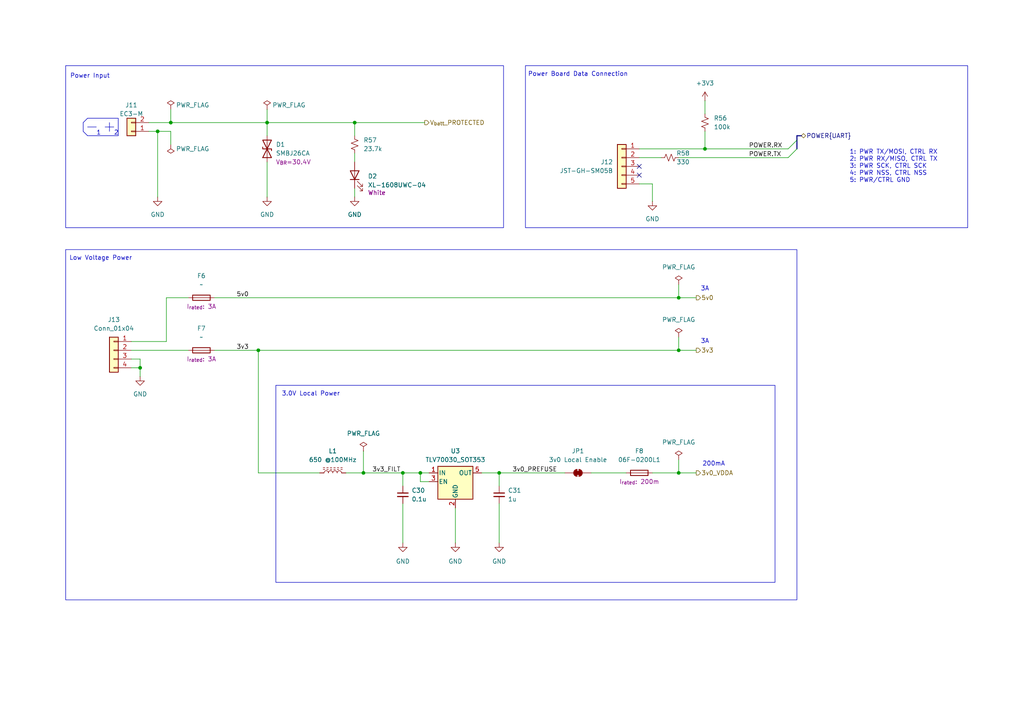
<source format=kicad_sch>
(kicad_sch (version 20231120) (generator "eeschema") (generator_version "8.0")
  (paper "A4")
  (title_block (title "Control") (date "2024-12-21") (rev "v3.0") (company "SSL A-Team") (comment 1 "Author: Will Stuckey"))
  (lib_symbols
    (symbol "Connector_Generic:Conn_01x02" (pin_names (offset 1.016) hide)
      (property "Reference" "J" (at 0 2.54 0))
      (property "Value" "Conn_01x02" (at 0 -5.08 0))
      (symbol "Conn_01x02_1_1"
        (rectangle (start -1.27 -2.413) (end 0 -2.667) (stroke (width 0.1524)))
        (rectangle (start -1.27 0.127) (end 0 -0.127) (stroke (width 0.1524)))
        (rectangle (start -1.27 1.27) (end 1.27 -3.81) (stroke (width 0.254)) (fill (type background)))
        (pin passive line (at -5.08 0 0) (length 3.81) (name "Pin_1") (number "1"))
        (pin passive line (at -5.08 -2.54 0) (length 3.81) (name "Pin_2") (number "2"))
      )
    )
    (symbol "Connector_Generic:Conn_01x04" (pin_names (offset 1.016) hide)
      (property "Reference" "J" (at 0 5.08 0))
      (property "Value" "Conn_01x04" (at 0 -7.62 0))
      (symbol "Conn_01x04_1_1"
        (rectangle (start -1.27 -4.953) (end 0 -5.207) (stroke (width 0.1524)))
        (rectangle (start -1.27 -2.413) (end 0 -2.667) (stroke (width 0.1524)))
        (rectangle (start -1.27 0.127) (end 0 -0.127) (stroke (width 0.1524)))
        (rectangle (start -1.27 2.667) (end 0 2.413) (stroke (width 0.1524)))
        (rectangle (start -1.27 3.81) (end 1.27 -6.35) (stroke (width 0.254)) (fill (type background)))
        (pin passive line (at -5.08 2.54 0) (length 3.81) (name "Pin_1") (number "1"))
        (pin passive line (at -5.08 0 0) (length 3.81) (name "Pin_2") (number "2"))
        (pin passive line (at -5.08 -2.54 0) (length 3.81) (name "Pin_3") (number "3"))
        (pin passive line (at -5.08 -5.08 0) (length 3.81) (name "Pin_4") (number "4"))
      )
    )
    (symbol "Connector_Generic:Conn_01x05" (pin_names (offset 1.016) hide)
      (property "Reference" "J" (at 0 7.62 0))
      (property "Value" "Conn_01x05" (at 0 -7.62 0))
      (symbol "Conn_01x05_1_1"
        (rectangle (start -1.27 -4.953) (end 0 -5.207) (stroke (width 0.1524)))
        (rectangle (start -1.27 -2.413) (end 0 -2.667) (stroke (width 0.1524)))
        (rectangle (start -1.27 0.127) (end 0 -0.127) (stroke (width 0.1524)))
        (rectangle (start -1.27 2.667) (end 0 2.413) (stroke (width 0.1524)))
        (rectangle (start -1.27 5.207) (end 0 4.953) (stroke (width 0.1524)))
        (rectangle (start -1.27 6.35) (end 1.27 -6.35) (stroke (width 0.254)) (fill (type background)))
        (pin passive line (at -5.08 5.08 0) (length 3.81) (name "Pin_1") (number "1"))
        (pin passive line (at -5.08 2.54 0) (length 3.81) (name "Pin_2") (number "2"))
        (pin passive line (at -5.08 0 0) (length 3.81) (name "Pin_3") (number "3"))
        (pin passive line (at -5.08 -2.54 0) (length 3.81) (name "Pin_4") (number "4"))
        (pin passive line (at -5.08 -5.08 0) (length 3.81) (name "Pin_5") (number "5"))
      )
    )
    (symbol "Device:C_Small" (pin_numbers hide) (pin_names (offset 0.254) hide)
      (property "Reference" "C" (at 0.254 1.778 0))
      (property "Value" "C_Small" (at 0.254 -2.032 0))
      (symbol "C_Small_0_1"
        (polyline (pts (xy -1.524 -0.508) (xy 1.524 -0.508)) (stroke (width 0.3302)))
        (polyline (pts (xy -1.524 0.508) (xy 1.524 0.508)) (stroke (width 0.3048)))
      )
      (symbol "C_Small_1_1"
        (pin passive line (at 0 2.54 270) (length 2.032) (name "~") (number "1"))
        (pin passive line (at 0 -2.54 90) (length 2.032) (name "~") (number "2"))
      )
    )
    (symbol "Device:D_TVS" (pin_numbers hide) (pin_names (offset 1.016) hide)
      (property "Reference" "D" (at 0 2.54 0))
      (property "Value" "D_TVS" (at 0 -2.54 0))
      (symbol "D_TVS_0_1"
        (polyline (pts (xy 1.27 0) (xy -1.27 0)))
        (polyline (pts (xy 0.508 1.27) (xy 0 1.27) (xy 0 -1.27) (xy -0.508 -1.27)) (stroke (width 0.254)))
        (polyline (pts (xy -2.54 1.27) (xy -2.54 -1.27) (xy 2.54 1.27) (xy 2.54 -1.27) (xy -2.54 1.27)) (stroke (width 0.254)))
      )
      (symbol "D_TVS_1_1"
        (pin passive line (at -3.81 0 0) (length 2.54) (name "A1") (number "1"))
        (pin passive line (at 3.81 0 180) (length 2.54) (name "A2") (number "2"))
      )
    )
    (symbol "Device:Fuse" (pin_numbers hide) (pin_names (offset 0))
      (property "Reference" "F" (at 2.032 0 90))
      (property "Value" "Fuse" (at -1.905 0 90))
      (symbol "Fuse_0_1"
        (rectangle (start -0.762 -2.54) (end 0.762 2.54) (stroke (width 0.254)))
        (polyline (pts (xy 0 2.54) (xy 0 -2.54)))
      )
      (symbol "Fuse_1_1"
        (pin passive line (at 0 3.81 270) (length 1.27) (name "~") (number "1"))
        (pin passive line (at 0 -3.81 90) (length 1.27) (name "~") (number "2"))
      )
    )
    (symbol "Device:LED" (pin_numbers hide) (pin_names (offset 1.016) hide)
      (property "Reference" "D" (at 0 2.54 0))
      (property "Value" "LED" (at 0 -2.54 0))
      (symbol "LED_0_1"
        (polyline (pts (xy -1.27 -1.27) (xy -1.27 1.27)) (stroke (width 0.254)))
        (polyline (pts (xy -1.27 0) (xy 1.27 0)))
        (polyline (pts (xy 1.27 -1.27) (xy 1.27 1.27) (xy -1.27 0) (xy 1.27 -1.27)) (stroke (width 0.254)))
        (polyline (pts (xy -3.048 -0.762) (xy -4.572 -2.286) (xy -3.81 -2.286) (xy -4.572 -2.286) (xy -4.572 -1.524)))
        (polyline (pts (xy -1.778 -0.762) (xy -3.302 -2.286) (xy -2.54 -2.286) (xy -3.302 -2.286) (xy -3.302 -1.524)))
      )
      (symbol "LED_1_1"
        (pin passive line (at -3.81 0 0) (length 2.54) (name "K") (number "1"))
        (pin passive line (at 3.81 0 180) (length 2.54) (name "A") (number "2"))
      )
    )
    (symbol "Device:L_Ferrite" (pin_numbers hide) (pin_names (offset 1.016) hide)
      (property "Reference" "L" (at -1.27 0 90))
      (property "Value" "L_Ferrite" (at 2.794 0 90))
      (symbol "L_Ferrite_0_1"
        (arc (start 0 -2.54) (mid 0.6323 -1.905) (end 0 -1.27))
        (arc (start 0 -1.27) (mid 0.6323 -0.635) (end 0 0))
        (polyline (pts (xy 1.016 -2.794) (xy 1.016 -2.286)))
        (polyline (pts (xy 1.016 -1.778) (xy 1.016 -1.27)))
        (polyline (pts (xy 1.016 -0.762) (xy 1.016 -0.254)))
        (polyline (pts (xy 1.016 0.254) (xy 1.016 0.762)))
        (polyline (pts (xy 1.016 1.27) (xy 1.016 1.778)))
        (polyline (pts (xy 1.016 2.286) (xy 1.016 2.794)))
        (polyline (pts (xy 1.524 -2.286) (xy 1.524 -2.794)))
        (polyline (pts (xy 1.524 -1.27) (xy 1.524 -1.778)))
        (polyline (pts (xy 1.524 -0.254) (xy 1.524 -0.762)))
        (polyline (pts (xy 1.524 0.762) (xy 1.524 0.254)))
        (polyline (pts (xy 1.524 1.778) (xy 1.524 1.27)))
        (polyline (pts (xy 1.524 2.794) (xy 1.524 2.286)))
        (arc (start 0 0) (mid 0.6323 0.635) (end 0 1.27))
        (arc (start 0 1.27) (mid 0.6323 1.905) (end 0 2.54))
      )
      (symbol "L_Ferrite_1_1"
        (pin passive line (at 0 3.81 270) (length 1.27) (name "1") (number "1"))
        (pin passive line (at 0 -3.81 90) (length 1.27) (name "2") (number "2"))
      )
    )
    (symbol "Device:R_Small_US" (pin_numbers hide) (pin_names (offset 0.254) hide)
      (property "Reference" "R" (at 0.762 0.508 0))
      (property "Value" "R_Small_US" (at 0.762 -1.016 0))
      (symbol "R_Small_US_1_1"
        (polyline (pts (xy 0 0) (xy 1.016 -0.381) (xy 0 -0.762) (xy -1.016 -1.143) (xy 0 -1.524)))
        (polyline (pts (xy 0 1.524) (xy 1.016 1.143) (xy 0 0.762) (xy -1.016 0.381) (xy 0 0)))
        (pin passive line (at 0 2.54 270) (length 1.016) (name "~") (number "1"))
        (pin passive line (at 0 -2.54 90) (length 1.016) (name "~") (number "2"))
      )
    )
    (symbol "Jumper:SolderJumper_2_Bridged" (pin_numbers hide) (pin_names (offset 0) hide) (exclude_from_sim yes) (in_bom no)
      (property "Reference" "JP" (at 0 2.032 0))
      (property "Value" "SolderJumper_2_Bridged" (at 0 -2.54 0))
      (symbol "SolderJumper_2_Bridged_0_1"
        (rectangle (start -0.508 0.508) (end 0.508 -0.508) (fill (type outline)))
        (arc (start -0.254 1.016) (mid -1.2656 0) (end -0.254 -1.016))
        (arc (start -0.254 1.016) (mid -1.2656 0) (end -0.254 -1.016) (fill (type outline)))
        (polyline (pts (xy -0.254 1.016) (xy -0.254 -1.016)))
        (polyline (pts (xy 0.254 1.016) (xy 0.254 -1.016)))
        (arc (start 0.254 -1.016) (mid 1.2656 0) (end 0.254 1.016))
        (arc (start 0.254 -1.016) (mid 1.2656 0) (end 0.254 1.016) (fill (type outline)))
      )
      (symbol "SolderJumper_2_Bridged_1_1"
        (pin passive line (at -3.81 0 0) (length 2.54) (name "A") (number "1"))
        (pin passive line (at 3.81 0 180) (length 2.54) (name "B") (number "2"))
      )
    )
    (symbol "Regulator_Linear:TLV70030_SOT353" (pin_names (offset 0.254))
      (property "Reference" "U" (at -3.81 5.715 0))
      (property "Value" "TLV70030_SOT353" (at 0 5.715 0))
      (symbol "TLV70030_SOT353_0_1"
        (rectangle (start -5.08 4.445) (end 5.08 -5.08) (stroke (width 0.254)) (fill (type background)))
      )
      (symbol "TLV70030_SOT353_1_1"
        (pin power_in line (at -7.62 2.54 0) (length 2.54) (name "IN") (number "1"))
        (pin power_in line (at 0 -7.62 90) (length 2.54) (name "GND") (number "2"))
        (pin input line (at -7.62 0 0) (length 2.54) (name "EN") (number "3"))
        (pin no_connect line (at 5.08 0 180) (length 2.54) hide (name "NC") (number "4"))
        (pin power_out line (at 7.62 2.54 180) (length 2.54) (name "OUT") (number "5"))
      )
    )
    (symbol "power:+3V3" (power) (pin_numbers hide) (pin_names (offset 0) hide)
      (property "Value" "+3V3" (at 0 3.556 0))
      (symbol "+3V3_0_1"
        (polyline (pts (xy -0.762 1.27) (xy 0 2.54)))
        (polyline (pts (xy 0 0) (xy 0 2.54)))
        (polyline (pts (xy 0 2.54) (xy 0.762 1.27)))
      )
      (symbol "+3V3_1_1"
        (pin power_in line (at 0 0 90) (length 0) (name "~") (number "1"))
      )
    )
    (symbol "power:GND" (power) (pin_numbers hide) (pin_names (offset 0) hide)
      (property "Value" "GND" (at 0 -3.81 0))
      (symbol "GND_0_1"
        (polyline (pts (xy 0 0) (xy 0 -1.27) (xy 1.27 -1.27) (xy 0 -2.54) (xy -1.27 -1.27) (xy 0 -1.27)))
      )
      (symbol "GND_1_1"
        (pin power_in line (at 0 0 270) (length 0) (name "~") (number "1"))
      )
    )
    (symbol "power:PWR_FLAG" (power) (pin_numbers hide) (pin_names (offset 0) hide)
      (property "Value" "PWR_FLAG" (at 0 3.81 0))
      (symbol "PWR_FLAG_0_0"
        (pin power_out line (at 0 0 90) (length 0) (name "~") (number "1"))
      )
      (symbol "PWR_FLAG_0_1"
        (polyline (pts (xy 0 0) (xy 0 1.27) (xy -1.016 1.905) (xy 0 2.54) (xy 1.016 1.905) (xy 0 1.27)))
      )
    )
  )
  (junction (at 196.85 137.16))
  (junction (at 116.84 137.16))
  (junction (at 196.85 86.36))
  (junction (at 105.41 137.16))
  (junction (at 40.64 106.68))
  (junction (at 121.92 137.16))
  (junction (at 102.87 35.56))
  (junction (at 204.47 43.18))
  (junction (at 45.72 38.1))
  (junction (at 196.85 101.6))
  (junction (at 77.47 35.56))
  (junction (at 49.53 35.56))
  (junction (at 144.78 137.16))
  (junction (at 74.93 101.6))
  (no_connect (at 185.42 50.8))
  (no_connect (at 185.42 48.26))
  (bus_entry (at 231.14 43.18) (size -2.54 2.54))
  (bus_entry (at 231.14 40.64) (size -2.54 2.54))
  (wire (pts (xy 38.1 99.06) (xy 48.26 99.06)))
  (wire (pts (xy 105.41 137.16) (xy 116.84 137.16)))
  (wire (pts (xy 204.47 29.21) (xy 204.47 33.02)))
  (wire (pts (xy 102.87 35.56) (xy 123.19 35.56)))
  (wire (pts (xy 77.47 39.37) (xy 77.47 35.56)))
  (wire (pts (xy 49.53 35.56) (xy 77.47 35.56)))
  (bus (pts (xy 231.14 39.37) (xy 231.14 40.64)))
  (wire (pts (xy 45.72 38.1) (xy 49.53 38.1)))
  (polyline (pts (xy 33.02 36.83) (xy 30.48 36.83)) (stroke (width 0) (type solid)))
  (polyline (pts (xy 25.4 34.29) (xy 24.13 35.56)) (stroke (width 0) (type solid)))
  (wire (pts (xy 102.87 54.61) (xy 102.87 57.15)))
  (wire (pts (xy 38.1 106.68) (xy 40.64 106.68)))
  (polyline (pts (xy 24.13 35.56) (xy 24.13 38.1)) (stroke (width 0) (type solid)))
  (wire (pts (xy 144.78 137.16) (xy 163.83 137.16)))
  (wire (pts (xy 105.41 130.81) (xy 105.41 137.16)))
  (wire (pts (xy 204.47 43.18) (xy 204.47 38.1)))
  (polyline (pts (xy 31.75 35.56) (xy 31.75 38.1)) (stroke (width 0) (type solid)))
  (wire (pts (xy 62.23 101.6) (xy 74.93 101.6)))
  (wire (pts (xy 204.47 43.18) (xy 228.6 43.18)))
  (polyline (pts (xy 27.94 36.83) (xy 25.4 36.83)) (stroke (width 0) (type solid)))
  (wire (pts (xy 124.46 139.7) (xy 121.92 139.7)))
  (wire (pts (xy 116.84 137.16) (xy 121.92 137.16)))
  (wire (pts (xy 116.84 137.16) (xy 116.84 140.97)))
  (wire (pts (xy 132.08 147.32) (xy 132.08 157.48)))
  (wire (pts (xy 48.26 86.36) (xy 54.61 86.36)))
  (polyline (pts (xy 34.29 39.37) (xy 25.4 39.37)) (stroke (width 0) (type solid)))
  (polyline (pts (xy 34.29 34.29) (xy 25.4 34.29)) (stroke (width 0) (type solid)))
  (wire (pts (xy 144.78 137.16) (xy 139.7 137.16)))
  (wire (pts (xy 38.1 104.14) (xy 40.64 104.14)))
  (wire (pts (xy 185.42 43.18) (xy 204.47 43.18)))
  (wire (pts (xy 77.47 35.56) (xy 102.87 35.56)))
  (wire (pts (xy 196.85 133.35) (xy 196.85 137.16)))
  (wire (pts (xy 45.72 38.1) (xy 45.72 57.15)))
  (wire (pts (xy 196.85 137.16) (xy 201.93 137.16)))
  (wire (pts (xy 38.1 101.6) (xy 54.61 101.6)))
  (wire (pts (xy 185.42 53.34) (xy 189.23 53.34)))
  (wire (pts (xy 189.23 137.16) (xy 196.85 137.16)))
  (wire (pts (xy 49.53 41.91) (xy 49.53 38.1)))
  (wire (pts (xy 40.64 104.14) (xy 40.64 106.68)))
  (polyline (pts (xy 24.13 38.1) (xy 25.4 39.37)) (stroke (width 0) (type solid)))
  (wire (pts (xy 74.93 101.6) (xy 196.85 101.6)))
  (wire (pts (xy 43.18 35.56) (xy 49.53 35.56)))
  (wire (pts (xy 144.78 146.05) (xy 144.78 157.48)))
  (wire (pts (xy 48.26 99.06) (xy 48.26 86.36)))
  (wire (pts (xy 74.93 137.16) (xy 92.71 137.16)))
  (wire (pts (xy 121.92 139.7) (xy 121.92 137.16)))
  (wire (pts (xy 102.87 44.45) (xy 102.87 46.99)))
  (wire (pts (xy 77.47 31.75) (xy 77.47 35.56)))
  (wire (pts (xy 196.85 101.6) (xy 201.93 101.6)))
  (wire (pts (xy 40.64 106.68) (xy 40.64 109.22)))
  (wire (pts (xy 74.93 137.16) (xy 74.93 101.6)))
  (wire (pts (xy 43.18 38.1) (xy 45.72 38.1)))
  (wire (pts (xy 77.47 46.99) (xy 77.47 57.15)))
  (wire (pts (xy 196.85 97.79) (xy 196.85 101.6)))
  (bus (pts (xy 231.14 40.64) (xy 231.14 43.18)))
  (wire (pts (xy 100.33 137.16) (xy 105.41 137.16)))
  (wire (pts (xy 49.53 31.75) (xy 49.53 35.56)))
  (wire (pts (xy 116.84 146.05) (xy 116.84 157.48)))
  (wire (pts (xy 121.92 137.16) (xy 124.46 137.16)))
  (wire (pts (xy 196.85 45.72) (xy 228.6 45.72)))
  (wire (pts (xy 102.87 35.56) (xy 102.87 39.37)))
  (bus (pts (xy 232.41 39.37) (xy 231.14 39.37)))
  (wire (pts (xy 185.42 45.72) (xy 191.77 45.72)))
  (wire (pts (xy 62.23 86.36) (xy 196.85 86.36)))
  (wire (pts (xy 171.45 137.16) (xy 181.61 137.16)))
  (wire (pts (xy 196.85 82.55) (xy 196.85 86.36)))
  (wire (pts (xy 144.78 137.16) (xy 144.78 140.97)))
  (polyline (pts (xy 34.29 34.29) (xy 34.29 39.37)) (stroke (width 0) (type solid)))
  (wire (pts (xy 196.85 86.36) (xy 201.93 86.36)))
  (wire (pts (xy 189.23 53.34) (xy 189.23 58.42)))
  (rectangle (start 152.4 19.05) (end 280.67 66.04))
  (rectangle (start 80.01 111.76) (end 224.79 168.91))
  (rectangle (start 19.05 72.39) (end 231.14 173.99))
  (rectangle (start 19.05 19.05) (end 146.05 66.04))
  (text "3A" (at 204.47 83.82 0) (effects (font (size 1.27 1.27))))
  (text "200mA" (at 207.01 134.62 0) (effects (font (size 1.27 1.27))))
  (text "Power Board Data Connection" (at 167.64 21.59 0) (effects (font (size 1.27 1.27))))
  (text "1: PWR TX/MOSI, CTRL RX\n2: PWR RX/MISO, CTRL TX\n3: PWR SCK, CTRL SCK\n4: PWR NSS, CTRL NSS\n5: PWR/CTRL GND" (at 246.38 48.26 0) (effects (font (size 1.27 1.27)) (justify left)))
  (text "Low Voltage Power" (at 29.21 74.93 0) (effects (font (size 1.27 1.27))))
  (text "Power Input" (at 20.32 22.86 0) (effects (font (size 1.27 1.27)) (justify left bottom)))
  (text "1" (at 27.94 39.37 0) (effects (font (size 1.27 1.27)) (justify left bottom)))
  (text "3A" (at 204.47 99.06 0) (effects (font (size 1.27 1.27))))
  (text "2" (at 33.02 39.37 0) (effects (font (size 1.27 1.27)) (justify left bottom)))
  (text "3.0V Local Power" (at 90.17 114.3 0) (effects (font (size 1.27 1.27))))
  (label "5v0" (at 68.58 86.36 0))
  (label "3v0_PREFUSE" (at 148.59 137.16 0))
  (label "3v3_FILT" (at 107.95 137.16 0))
  (label "3v3" (at 68.58 101.6 0))
  (label "POWER.TX" (at 217.17 45.72 0))
  (label "POWER.RX" (at 217.17 43.18 0))
  (hierarchical_label "V_{batt}_PROTECTED" (shape output) (at 123.19 35.56 0))
  (hierarchical_label "3v0_VDDA" (shape output) (at 201.93 137.16 0))
  (hierarchical_label "3v3" (shape output) (at 201.93 101.6 0))
  (hierarchical_label "POWER{UART}" (shape bidirectional) (at 232.41 39.37 0))
  (hierarchical_label "5v0" (shape output) (at 201.93 86.36 0))
  (symbol (lib_id "power:GND") (at 45.72 57.15 0) (unit 1)
    (property "Reference" "#PWR0128" (effects (hide yes)))
    (property "Value" "GND" (at 45.72 62.23 0))
    (property "Description" "Power symbol creates a global label with name \"GND\" , ground" (effects (hide yes)))
  )
  (symbol (lib_id "power:PWR_FLAG") (at 196.85 133.35 0) (unit 1)
    (property "Reference" "#FLG08" (effects (hide yes)))
    (property "Value" "PWR_FLAG" (at 196.85 128.27 0))
    (property "Description" "Special symbol for telling ERC where power comes from" (effects (hide yes)))
  )
  (symbol (lib_id "power:GND") (at 144.78 157.48 0) (mirror y) (unit 1)
    (property "Reference" "#PWR0135" (effects (hide yes)))
    (property "Value" "GND" (at 144.78 162.814 0))
    (property "Description" "Power symbol creates a global label with name \"GND\" , ground" (effects (hide yes)))
  )
  (symbol (lib_id "power:GND") (at 189.23 58.42 0) (unit 1)
    (property "Reference" "#PWR0131" (effects (hide yes)))
    (property "Value" "GND" (at 189.23 63.5 0))
    (property "Description" "Power symbol creates a global label with name \"GND\" , ground" (effects (hide yes)))
  )
  (symbol (lib_id "power:GND") (at 102.87 57.15 0) (unit 1)
    (property "Reference" "#PWR0130" (effects (hide yes)))
    (property "Value" "GND" (at 102.87 62.23 0))
    (property "Description" "Power symbol creates a global label with name \"GND\" , ground" (effects (hide yes)))
  )
  (symbol (lib_id "Connector_Generic:Conn_01x05") (at 180.34 48.26 0) (mirror y) (unit 1)
    (property "Reference" "J12" (at 177.8 46.9899 0) (effects (justify left)))
    (property "Value" "JST-GH-SM05B" (at 177.8 49.5299 0) (effects (justify left)))
    (property "Footprint" "Connector_JST:JST_GH_SM05B-GHS-TB_1x05-1MP_P1.25mm_Horizontal" (effects (hide yes)))
    (property "Description" "Generic connector, single row, 01x05, script generated (kicad-library-utils/schlib/autogen/connector/)" (effects (hide yes)))
  )
  (symbol (lib_id "power:PWR_FLAG") (at 77.47 31.75 0) (unit 1)
    (property "Reference" "#FLG03" (effects (hide yes)))
    (property "Value" "PWR_FLAG" (at 83.82 30.48 0))
    (property "Description" "Special symbol for telling ERC where power comes from" (effects (hide yes)))
  )
  (symbol (lib_id "Device:D_TVS") (at 77.47 43.18 90) (unit 1)
    (property "Reference" "D1" (at 80.01 41.9099 90) (effects (justify right)))
    (property "Value" "SMBJ26CA" (at 80.01 44.45 90) (effects (justify right)))
    (property "Footprint" "AT-Discrete:D_SMB_Non-Polar" (effects (hide yes)))
    (property "Description" "Bidirectional transient-voltage-suppression diode" (effects (hide yes)))
    (property "V_{BR}" "V_{BR}=30.4V" (at 85.09 46.99 90))
  )
  (symbol (lib_id "power:GND") (at 40.64 109.22 0) (unit 1)
    (property "Reference" "#PWR0132" (effects (hide yes)))
    (property "Value" "GND" (at 40.64 114.3 0))
    (property "Description" "Power symbol creates a global label with name \"GND\" , ground" (effects (hide yes)))
  )
  (symbol (lib_id "Regulator_Linear:TLV70030_SOT353") (at 132.08 139.7 0) (unit 1)
    (property "Reference" "U3" (at 132.08 130.81 0))
    (property "Value" "TLV70030_SOT353" (at 132.08 133.35 0))
    (property "Footprint" "Package_TO_SOT_SMD:SOT-353_SC-70-5" (effects (hide yes)))
    (property "Datasheet" "http://www.ti.com/lit/ds/symlink/tlv700.pdf" (effects (hide yes)))
    (property "Description" "200mA Low Dropout Voltage Regulator, Fixed Output 3V, SC70-5" (effects (hide yes)))
  )
  (symbol (lib_id "Connector_Generic:Conn_01x02") (at 38.1 38.1 180) (unit 1) (in_bom no)
    (property "Reference" "J11" (at 38.1 30.48 0))
    (property "Value" "EC3-M" (at 38.1 33.02 0))
    (property "Footprint" "Connector_AMASS:AMASS_XT30U-M_1x02_P5.0mm_Vertical" (effects (hide yes)))
    (property "Description" "Generic connector, single row, 01x02, script generated (kicad-library-utils/schlib/autogen/connector/)" (effects (hide yes)))
  )
  (symbol (lib_id "power:PWR_FLAG") (at 49.53 41.91 180) (unit 1)
    (property "Reference" "#FLG04" (effects (hide yes)))
    (property "Value" "PWR_FLAG" (at 55.88 43.18 0))
    (property "Description" "Special symbol for telling ERC where power comes from" (effects (hide yes)))
  )
  (symbol (lib_id "Device:C_Small") (at 116.84 143.51 0) (unit 1)
    (property "Reference" "C30" (at 119.38 142.2462 0) (effects (justify left)))
    (property "Value" "0.1u" (at 119.38 144.7862 0) (effects (justify left)))
    (property "Footprint" "Capacitor_SMD:C_0402_1005Metric" (effects (hide yes)))
    (property "Description" "Unpolarized capacitor, small symbol" (effects (hide yes)))
  )
  (symbol (lib_id "power:GND") (at 132.08 157.48 0) (unit 1)
    (property "Reference" "#PWR0134" (effects (hide yes)))
    (property "Value" "GND" (at 132.08 162.814 0))
    (property "Description" "Power symbol creates a global label with name \"GND\" , ground" (effects (hide yes)))
  )
  (symbol (lib_id "power:GND") (at 77.47 57.15 0) (unit 1)
    (property "Reference" "#PWR0129" (effects (hide yes)))
    (property "Value" "GND" (at 77.47 62.23 0))
    (property "Description" "Power symbol creates a global label with name \"GND\" , ground" (effects (hide yes)))
  )
  (symbol (lib_id "Device:Fuse") (at 58.42 101.6 90) (unit 1)
    (property "Reference" "F7" (at 58.42 95.25 90))
    (property "Value" "~" (at 58.42 97.79 90))
    (property "Footprint" "Fuse:Fuse_0603_1608Metric_Pad1.05x0.95mm_HandSolder" (effects (hide yes)))
    (property "Description" "Fuse" (effects (hide yes)))
    (property "I_{rated}" "3A" (at 58.42 104.14 90) (show_name yes))
  )
  (symbol (lib_id "power:PWR_FLAG") (at 196.85 82.55 0) (unit 1)
    (property "Reference" "#FLG05" (effects (hide yes)))
    (property "Value" "PWR_FLAG" (at 196.85 77.47 0))
    (property "Description" "Special symbol for telling ERC where power comes from" (effects (hide yes)))
  )
  (symbol (lib_id "Device:L_Ferrite") (at 96.52 137.16 90) (unit 1)
    (property "Reference" "L1" (at 96.52 130.81 90))
    (property "Value" "650 @100MHz" (at 96.52 133.35 90))
    (property "Footprint" "Resistor_SMD:R_0603_1608Metric" (effects (hide yes)))
    (property "Description" "Inductor with ferrite core" (effects (hide yes)))
  )
  (symbol (lib_id "Device:R_Small_US") (at 102.87 41.91 0) (unit 1)
    (property "Reference" "R57" (at 105.41 40.6399 0) (effects (justify left)))
    (property "Value" "23.7k" (at 105.41 43.1799 0) (effects (justify left)))
    (property "Footprint" "Resistor_SMD:R_0402_1005Metric" (effects (hide yes)))
    (property "Description" "Resistor, small US symbol" (effects (hide yes)))
  )
  (symbol (lib_id "power:+3V3") (at 204.47 29.21 0) (unit 1)
    (property "Reference" "#PWR0126" (effects (hide yes)))
    (property "Value" "+3V3" (at 204.47 24.13 0))
    (property "Description" "Power symbol creates a global label with name \"+3V3\"" (effects (hide yes)))
  )
  (symbol (lib_id "power:PWR_FLAG") (at 105.41 130.81 0) (unit 1)
    (property "Reference" "#FLG07" (effects (hide yes)))
    (property "Value" "PWR_FLAG" (at 105.41 125.73 0))
    (property "Description" "Special symbol for telling ERC where power comes from" (effects (hide yes)))
  )
  (symbol (lib_id "Device:R_Small_US") (at 204.47 35.56 0) (unit 1)
    (property "Reference" "R56" (at 207.01 34.2899 0) (effects (justify left)))
    (property "Value" "100k" (at 207.01 36.8299 0) (effects (justify left)))
    (property "Footprint" "Resistor_SMD:R_0402_1005Metric" (effects (hide yes)))
    (property "Description" "Resistor, small US symbol" (effects (hide yes)))
  )
  (symbol (lib_id "Device:C_Small") (at 144.78 143.51 0) (mirror y) (unit 1)
    (property "Reference" "C31" (at 147.32 142.2462 0) (effects (justify right)))
    (property "Value" "1u" (at 147.32 144.7862 0) (effects (justify right)))
    (property "Footprint" "Capacitor_SMD:C_1206_3216Metric" (effects (hide yes)))
    (property "Description" "Unpolarized capacitor, small symbol" (effects (hide yes)))
  )
  (symbol (lib_id "Device:R_Small_US") (at 194.31 45.72 90) (unit 1)
    (property "Reference" "R58" (at 198.12 44.45 90))
    (property "Value" "330" (at 198.12 46.99 90))
    (property "Footprint" "Resistor_SMD:R_0402_1005Metric" (effects (hide yes)))
    (property "Description" "Resistor, small US symbol" (effects (hide yes)))
  )
  (symbol (lib_id "power:PWR_FLAG") (at 49.53 31.75 0) (unit 1)
    (property "Reference" "#FLG02" (effects (hide yes)))
    (property "Value" "PWR_FLAG" (at 55.88 30.48 0))
    (property "Description" "Special symbol for telling ERC where power comes from" (effects (hide yes)))
  )
  (symbol (lib_id "Jumper:SolderJumper_2_Bridged") (at 167.64 137.16 0) (unit 1) (exclude_from_sim yes) (in_bom no)
    (property "Reference" "JP1" (at 167.64 130.81 0))
    (property "Value" "3v0 Local Enable" (at 167.64 133.35 0))
    (property "Footprint" "AT-BoardFeatures:SolderJumper-2_2.0x1.2mm_Closed" (effects (hide yes)))
    (property "Description" "Solder Jumper, 2-pole, closed/bridged" (effects (hide yes)))
  )
  (symbol (lib_id "Device:LED") (at 102.87 50.8 90) (unit 1)
    (property "Reference" "D2" (at 106.68 51.1174 90) (effects (justify right)))
    (property "Value" "XL-1608UWC-04" (at 106.68 53.6574 90) (effects (justify right)))
    (property "Footprint" "AT-LED:LED0603" (effects (hide yes)))
    (property "Description" "Light emitting diode" (effects (hide yes)))
    (property "Value2" "White" (at 106.68 55.88 90) (effects (justify right)))
  )
  (symbol (lib_id "power:GND") (at 116.84 157.48 0) (unit 1)
    (property "Reference" "#PWR0133" (effects (hide yes)))
    (property "Value" "GND" (at 116.84 162.814 0))
    (property "Description" "Power symbol creates a global label with name \"GND\" , ground" (effects (hide yes)))
  )
  (symbol (lib_id "Device:Fuse") (at 58.42 86.36 90) (unit 1)
    (property "Reference" "F6" (at 58.42 80.01 90))
    (property "Value" "~" (at 58.42 82.55 90))
    (property "Footprint" "Fuse:Fuse_0603_1608Metric_Pad1.05x0.95mm_HandSolder" (effects (hide yes)))
    (property "Description" "Fuse" (effects (hide yes)))
    (property "I_{rated}" "3A" (at 58.42 88.9 90) (show_name yes))
  )
  (symbol (lib_id "Device:Fuse") (at 185.42 137.16 90) (unit 1)
    (property "Reference" "F8" (at 185.42 130.81 90))
    (property "Value" "06F-0200L1" (at 185.42 133.35 90))
    (property "Footprint" "Fuse:Fuse_0603_1608Metric_Pad1.05x0.95mm_HandSolder" (effects (hide yes)))
    (property "Description" "Fuse" (effects (hide yes)))
    (property "I_{rated}" "200m" (at 185.42 139.7 90) (show_name yes))
  )
  (symbol (lib_id "Connector_Generic:Conn_01x04") (at 33.02 101.6 0) (mirror y) (unit 1)
    (property "Reference" "J13" (at 33.02 92.71 0))
    (property "Value" "Conn_01x04" (at 33.02 95.25 0))
    (property "Footprint" "AT-Connectors:JST_PA_S04B-PASS_1x04_P2.00mm_Horizontal" (effects (hide yes)))
    (property "Description" "Generic connector, single row, 01x04, script generated (kicad-library-utils/schlib/autogen/connector/)" (effects (hide yes)))
  )
  (symbol (lib_id "power:PWR_FLAG") (at 196.85 97.79 0) (unit 1)
    (property "Reference" "#FLG06" (effects (hide yes)))
    (property "Value" "PWR_FLAG" (at 196.85 92.71 0))
    (property "Description" "Special symbol for telling ERC where power comes from" (effects (hide yes)))
  )
)
</source>
